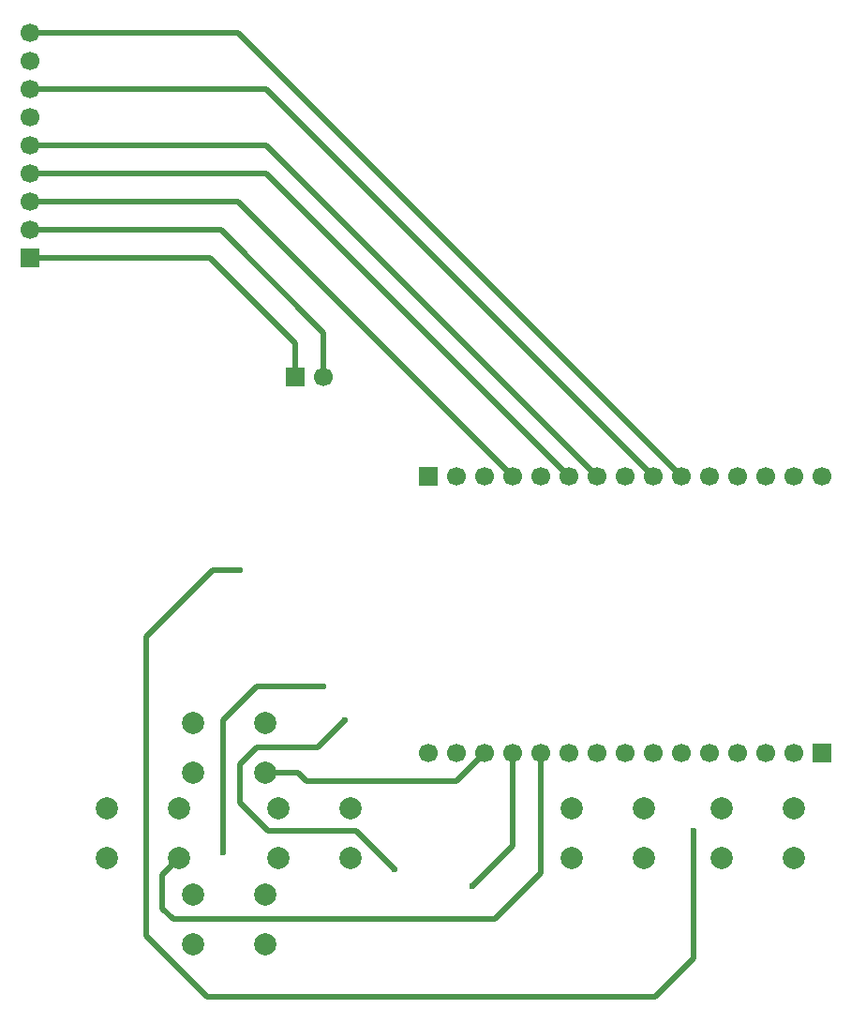
<source format=gbr>
%TF.GenerationSoftware,KiCad,Pcbnew,9.0.2*%
%TF.CreationDate,2025-08-31T18:29:42+02:00*%
%TF.ProjectId,PocketGamePCB,506f636b-6574-4476-916d-655043422e6b,rev?*%
%TF.SameCoordinates,Original*%
%TF.FileFunction,Copper,L2,Bot*%
%TF.FilePolarity,Positive*%
%FSLAX46Y46*%
G04 Gerber Fmt 4.6, Leading zero omitted, Abs format (unit mm)*
G04 Created by KiCad (PCBNEW 9.0.2) date 2025-08-31 18:29:42*
%MOMM*%
%LPD*%
G01*
G04 APERTURE LIST*
%TA.AperFunction,ComponentPad*%
%ADD10R,1.700000X1.700000*%
%TD*%
%TA.AperFunction,ComponentPad*%
%ADD11C,1.700000*%
%TD*%
%TA.AperFunction,ComponentPad*%
%ADD12C,2.000000*%
%TD*%
%TA.AperFunction,ViaPad*%
%ADD13C,0.600000*%
%TD*%
%TA.AperFunction,Conductor*%
%ADD14C,0.500000*%
%TD*%
G04 APERTURE END LIST*
D10*
%TO.P,buttonpins,1,Pin_1*%
%TO.N,unconnected-(buttonpins1-Pin_1-Pad1)*%
X202550000Y-120000000D03*
D11*
%TO.P,buttonpins,2,Pin_2*%
%TO.N,unconnected-(buttonpins1-Pin_2-Pad2)*%
X200010000Y-120000000D03*
%TO.P,buttonpins,3,Pin_3*%
%TO.N,unconnected-(buttonpins1-Pin_3-Pad3)*%
X197470000Y-120000000D03*
%TO.P,buttonpins,4,Pin_4*%
%TO.N,unconnected-(buttonpins1-Pin_4-Pad4)*%
X194930000Y-120000000D03*
%TO.P,buttonpins,5,Pin_5*%
%TO.N,unconnected-(buttonpins1-Pin_5-Pad5)*%
X192390000Y-120000000D03*
%TO.P,buttonpins,6,Pin_6*%
%TO.N,unconnected-(buttonpins1-Pin_6-Pad6)*%
X189850000Y-120000000D03*
%TO.P,buttonpins,7,Pin_7*%
%TO.N,unconnected-(buttonpins1-Pin_7-Pad7)*%
X187310000Y-120000000D03*
%TO.P,buttonpins,8,Pin_8*%
%TO.N,Net-(buttonpins1-Pin_8)*%
X184770000Y-120000000D03*
%TO.P,buttonpins,9,Pin_9*%
%TO.N,Net-(buttonpins1-Pin_9)*%
X182230000Y-120000000D03*
%TO.P,buttonpins,10,Pin_10*%
%TO.N,Net-(buttonpins1-Pin_10)*%
X179690000Y-120000000D03*
%TO.P,buttonpins,11,Pin_11*%
%TO.N,Net-(buttonpins1-Pin_11)*%
X177150000Y-120000000D03*
%TO.P,buttonpins,12,Pin_12*%
%TO.N,Net-(buttonpins1-Pin_12)*%
X174610000Y-120000000D03*
%TO.P,buttonpins,13,Pin_13*%
%TO.N,Net-(buttonpins1-Pin_13)*%
X172070000Y-120000000D03*
%TO.P,buttonpins,14,Pin_14*%
%TO.N,Net-(J2-Pin_1)*%
X169530000Y-120000000D03*
%TO.P,buttonpins,15,Pin_15*%
%TO.N,Net-(J2-Pin_2)*%
X166990000Y-120000000D03*
%TD*%
D12*
%TO.P,UP,1,1*%
%TO.N,Net-(J2-Pin_2)*%
X145750000Y-117250000D03*
X152250000Y-117250000D03*
%TO.P,UP,2,2*%
%TO.N,Net-(buttonpins1-Pin_13)*%
X145750000Y-121750000D03*
X152250000Y-121750000D03*
%TD*%
%TO.P,LEFT,1,1*%
%TO.N,Net-(J2-Pin_2)*%
X138000000Y-125000000D03*
X144500000Y-125000000D03*
%TO.P,LEFT,2,2*%
%TO.N,Net-(buttonpins1-Pin_11)*%
X138000000Y-129500000D03*
X144500000Y-129500000D03*
%TD*%
%TO.P,RIGHT,1,1*%
%TO.N,Net-(J2-Pin_2)*%
X153500000Y-125000000D03*
X160000000Y-125000000D03*
%TO.P,RIGHT,2,2*%
%TO.N,Net-(buttonpins1-Pin_10)*%
X153500000Y-129500000D03*
X160000000Y-129500000D03*
%TD*%
%TO.P,DOWN,1,1*%
%TO.N,Net-(J2-Pin_2)*%
X145750000Y-132750000D03*
X152250000Y-132750000D03*
%TO.P,DOWN,2,2*%
%TO.N,Net-(buttonpins1-Pin_12)*%
X145750000Y-137250000D03*
X152250000Y-137250000D03*
%TD*%
%TO.P,A_btn,1,1*%
%TO.N,Net-(J2-Pin_2)*%
X180000000Y-125000000D03*
X186500000Y-125000000D03*
%TO.P,A_btn,2,2*%
%TO.N,Net-(buttonpins1-Pin_9)*%
X180000000Y-129500000D03*
X186500000Y-129500000D03*
%TD*%
D10*
%TO.P,J2,1,Pin_1*%
%TO.N,Net-(J2-Pin_1)*%
X131000000Y-75320000D03*
D11*
%TO.P,J2,2,Pin_2*%
%TO.N,Net-(J2-Pin_2)*%
X131000000Y-72780000D03*
%TO.P,J2,3,Pin_3*%
%TO.N,Net-(J1-Pin_4)*%
X131000000Y-70240000D03*
%TO.P,J2,4,Pin_4*%
%TO.N,Net-(J1-Pin_6)*%
X131000000Y-67700000D03*
%TO.P,J2,5,Pin_5*%
%TO.N,Net-(J1-Pin_7)*%
X131000000Y-65160000D03*
%TO.P,J2,6,Pin_6*%
%TO.N,Net-(J1-Pin_15)*%
X131000000Y-62620000D03*
%TO.P,J2,7,Pin_7*%
%TO.N,Net-(J1-Pin_9)*%
X131000000Y-60080000D03*
%TO.P,J2,8,Pin_8*%
%TO.N,Net-(J1-Pin_1)*%
X131000000Y-57540000D03*
%TO.P,J2,9,Pin_9*%
%TO.N,Net-(J1-Pin_10)*%
X131000000Y-55000000D03*
%TD*%
D10*
%TO.P,J1,1,Pin_1*%
%TO.N,Net-(J1-Pin_1)*%
X167000000Y-95000000D03*
D11*
%TO.P,J1,2,Pin_2*%
%TO.N,unconnected-(J1-Pin_2-Pad2)*%
X169540000Y-95000000D03*
%TO.P,J1,3,Pin_3*%
%TO.N,unconnected-(J1-Pin_3-Pad3)*%
X172080000Y-95000000D03*
%TO.P,J1,4,Pin_4*%
%TO.N,Net-(J1-Pin_4)*%
X174620000Y-95000000D03*
%TO.P,J1,5,Pin_5*%
%TO.N,unconnected-(J1-Pin_5-Pad5)*%
X177160000Y-95000000D03*
%TO.P,J1,6,Pin_6*%
%TO.N,Net-(J1-Pin_6)*%
X179700000Y-95000000D03*
%TO.P,J1,7,Pin_7*%
%TO.N,Net-(J1-Pin_7)*%
X182240000Y-95000000D03*
%TO.P,J1,8,Pin_8*%
%TO.N,unconnected-(J1-Pin_8-Pad8)*%
X184780000Y-95000000D03*
%TO.P,J1,9,Pin_9*%
%TO.N,Net-(J1-Pin_9)*%
X187320000Y-95000000D03*
%TO.P,J1,10,Pin_10*%
%TO.N,Net-(J1-Pin_10)*%
X189860000Y-95000000D03*
%TO.P,J1,11,Pin_11*%
%TO.N,unconnected-(J1-Pin_11-Pad11)*%
X192400000Y-95000000D03*
%TO.P,J1,12,Pin_12*%
%TO.N,unconnected-(J1-Pin_12-Pad12)*%
X194940000Y-95000000D03*
%TO.P,J1,13,Pin_13*%
%TO.N,unconnected-(J1-Pin_13-Pad13)*%
X197480000Y-95000000D03*
%TO.P,J1,14,Pin_14*%
%TO.N,unconnected-(J1-Pin_14-Pad14)*%
X200020000Y-95000000D03*
%TO.P,J1,15,Pin_15*%
%TO.N,Net-(J1-Pin_15)*%
X202560000Y-95000000D03*
%TD*%
D10*
%TO.P,5v,1,Pin_1*%
%TO.N,Net-(J2-Pin_1)*%
X155000000Y-86000000D03*
D11*
%TO.P,5v,2,Pin_2*%
%TO.N,Net-(J2-Pin_2)*%
X157540000Y-86000000D03*
%TD*%
D12*
%TO.P,B_btn,1,1*%
%TO.N,Net-(J2-Pin_2)*%
X193500000Y-125000000D03*
X200000000Y-125000000D03*
%TO.P,B_btn,2,2*%
%TO.N,Net-(buttonpins1-Pin_8)*%
X193500000Y-129500000D03*
X200000000Y-129500000D03*
%TD*%
D13*
%TO.N,*%
X191000000Y-127000000D03*
X159500000Y-117000000D03*
X150000000Y-103500000D03*
X164000000Y-130500000D03*
X148500000Y-129000000D03*
X157500000Y-114000000D03*
%TO.N,Net-(buttonpins1-Pin_12)*%
X171000000Y-132000000D03*
%TD*%
D14*
%TO.N,*%
X151500000Y-114000000D02*
X157500000Y-114000000D01*
X148500000Y-117000000D02*
X151500000Y-114000000D01*
X148500000Y-129000000D02*
X148500000Y-117000000D01*
X150000000Y-121000000D02*
X151500000Y-119500000D01*
X187500000Y-142000000D02*
X147000000Y-142000000D01*
X152500000Y-127000000D02*
X150000000Y-124500000D01*
X157000000Y-119500000D02*
X159500000Y-117000000D01*
X191000000Y-138500000D02*
X187500000Y-142000000D01*
X147000000Y-142000000D02*
X141500000Y-136500000D01*
X164000000Y-130500000D02*
X160500000Y-127000000D01*
X141500000Y-109500000D02*
X147500000Y-103500000D01*
X147500000Y-103500000D02*
X150000000Y-103500000D01*
X151500000Y-119500000D02*
X157000000Y-119500000D01*
X160500000Y-127000000D02*
X152500000Y-127000000D01*
X150000000Y-124500000D02*
X150000000Y-121000000D01*
X141500000Y-136500000D02*
X141500000Y-109500000D01*
X191000000Y-127000000D02*
X191000000Y-138500000D01*
%TO.N,Net-(J2-Pin_1)*%
X147320000Y-75320000D02*
X131000000Y-75320000D01*
X155000000Y-86000000D02*
X155000000Y-83000000D01*
X155000000Y-83000000D02*
X147320000Y-75320000D01*
%TO.N,Net-(buttonpins1-Pin_12)*%
X171000000Y-132000000D02*
X174610000Y-128390000D01*
X174610000Y-128390000D02*
X174610000Y-120000000D01*
%TO.N,Net-(J1-Pin_7)*%
X152400000Y-65160000D02*
X131000000Y-65160000D01*
X182240000Y-95000000D02*
X152400000Y-65160000D01*
%TO.N,Net-(J1-Pin_10)*%
X189860000Y-95000000D02*
X149860000Y-55000000D01*
X149860000Y-55000000D02*
X131000000Y-55000000D01*
%TO.N,Net-(J1-Pin_6)*%
X179700000Y-95000000D02*
X152400000Y-67700000D01*
X152400000Y-67700000D02*
X131000000Y-67700000D01*
%TO.N,Net-(J1-Pin_9)*%
X152400000Y-60080000D02*
X131000000Y-60080000D01*
X187320000Y-95000000D02*
X152400000Y-60080000D01*
%TO.N,Net-(J1-Pin_4)*%
X174620000Y-95000000D02*
X149860000Y-70240000D01*
X149860000Y-70240000D02*
X131000000Y-70240000D01*
%TO.N,Net-(buttonpins1-Pin_11)*%
X143000000Y-131000000D02*
X143000000Y-134000000D01*
X144000000Y-135000000D02*
X173000000Y-135000000D01*
X177150000Y-130850000D02*
X177150000Y-120000000D01*
X173000000Y-135000000D02*
X177150000Y-130850000D01*
X143000000Y-134000000D02*
X144000000Y-135000000D01*
X144500000Y-129500000D02*
X143000000Y-131000000D01*
%TO.N,Net-(buttonpins1-Pin_13)*%
X152250000Y-121750000D02*
X155250000Y-121750000D01*
X156000000Y-122500000D02*
X169570000Y-122500000D01*
X169570000Y-122500000D02*
X172070000Y-120000000D01*
X155250000Y-121750000D02*
X156000000Y-122500000D01*
%TO.N,Net-(J2-Pin_2)*%
X148280000Y-72780000D02*
X131000000Y-72780000D01*
X157540000Y-82040000D02*
X148280000Y-72780000D01*
X157540000Y-86000000D02*
X157540000Y-82040000D01*
%TD*%
M02*

</source>
